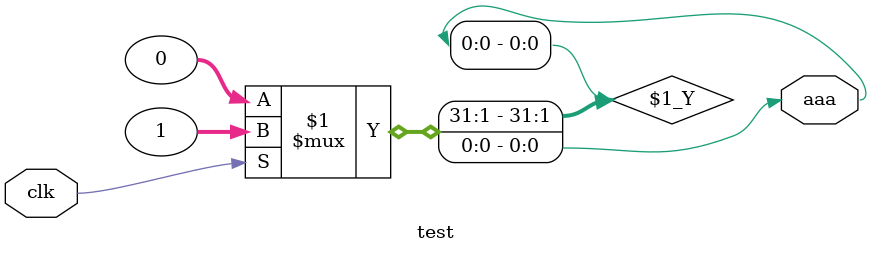
<source format=v>
module test(
	input clk,
	output aaa
	);

	assign aaa = clk ? 1:0;

	always @(posedge clk) begin
		if (clk==0) begin
			
		end
	end
endmodule
</source>
